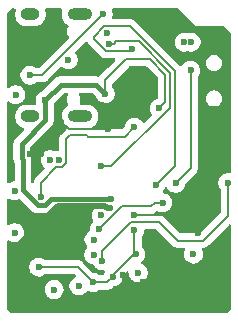
<source format=gbr>
%TF.GenerationSoftware,KiCad,Pcbnew,9.0.0*%
%TF.CreationDate,2025-08-18T16:34:53+09:00*%
%TF.ProjectId,SMORES,534d4f52-4553-42e6-9b69-6361645f7063,rev?*%
%TF.SameCoordinates,Original*%
%TF.FileFunction,Copper,L2,Inr*%
%TF.FilePolarity,Positive*%
%FSLAX46Y46*%
G04 Gerber Fmt 4.6, Leading zero omitted, Abs format (unit mm)*
G04 Created by KiCad (PCBNEW 9.0.0) date 2025-08-18 16:34:53*
%MOMM*%
%LPD*%
G01*
G04 APERTURE LIST*
%TA.AperFunction,HeatsinkPad*%
%ADD10O,1.600000X1.000000*%
%TD*%
%TA.AperFunction,HeatsinkPad*%
%ADD11O,2.100000X1.000000*%
%TD*%
%TA.AperFunction,ViaPad*%
%ADD12C,0.600000*%
%TD*%
%TA.AperFunction,Conductor*%
%ADD13C,0.200000*%
%TD*%
%TA.AperFunction,Conductor*%
%ADD14C,0.500000*%
%TD*%
%TA.AperFunction,Conductor*%
%ADD15C,0.400000*%
%TD*%
G04 APERTURE END LIST*
D10*
%TO.N,unconnected-(J1-SHIELD-PadS1)_3*%
%TO.C,J1*%
X167700000Y-84650000D03*
D11*
%TO.N,unconnected-(J1-SHIELD-PadS1)_2*%
X171880000Y-84650000D03*
D10*
%TO.N,unconnected-(J1-SHIELD-PadS1)_1*%
X167700000Y-76010000D03*
D11*
%TO.N,unconnected-(J1-SHIELD-PadS1)*%
X171880000Y-76010000D03*
%TD*%
D12*
%TO.N,VDDH*%
X176500000Y-85550000D03*
X168600000Y-91450000D03*
%TO.N,GND*%
X174200000Y-77600000D03*
X175750000Y-82250000D03*
X176500000Y-93000000D03*
X170300000Y-85100000D03*
X181850000Y-93850000D03*
X179450000Y-98250000D03*
X184050000Y-81750000D03*
X167350000Y-79500000D03*
X180750000Y-98250000D03*
X180100000Y-98250000D03*
X166650000Y-78100000D03*
X167650000Y-87850000D03*
X166650000Y-79500000D03*
X183350000Y-81750000D03*
X168050000Y-78100000D03*
X174300000Y-85750000D03*
X184350000Y-95400000D03*
X175500000Y-98100000D03*
X181850000Y-93100000D03*
X181400000Y-98250000D03*
X184350000Y-96800000D03*
X168050000Y-79500000D03*
X168050000Y-78800000D03*
X167150000Y-96500000D03*
X170900000Y-80950000D03*
X167150000Y-99850000D03*
X168450000Y-100650000D03*
X182650000Y-81750000D03*
X181850000Y-94550000D03*
X167677088Y-94577088D03*
X166650000Y-78800000D03*
X166400000Y-95800000D03*
X183250000Y-85350000D03*
X168600000Y-87850000D03*
X166400000Y-97200000D03*
X184350000Y-97500000D03*
X177250000Y-98650000D03*
X173750000Y-83650000D03*
X167350000Y-78800000D03*
X167350000Y-78100000D03*
X184350000Y-96100000D03*
X166400000Y-99850000D03*
X174425735Y-92425735D03*
X166400000Y-96500000D03*
%TO.N,VBUS*%
X174025000Y-82725000D03*
X178582318Y-83968243D03*
X174550000Y-91600000D03*
X168950000Y-83250000D03*
%TO.N,Net-(U7-P0.01{slash}XL2)*%
X171800000Y-99000000D03*
%TO.N,Net-(U7-P0.00{slash}XL1)*%
X169700000Y-99300000D03*
%TO.N,Net-(U7-DCCH)*%
X166350000Y-90950000D03*
%TO.N,VDD_NRF*%
X166350000Y-94500000D03*
%TO.N,+3V3*%
X176500000Y-94290500D03*
X173700000Y-93000000D03*
X169350000Y-88300000D03*
X173000000Y-98700000D03*
X174700000Y-98200000D03*
X176600000Y-96300000D03*
X168400000Y-97400000D03*
%TO.N,BLED*%
X170148437Y-88349998D03*
%TO.N,Net-(J1-CC1)*%
X166450000Y-82800000D03*
%TO.N,Net-(J1-CC2)*%
X170900000Y-79850000D03*
%TO.N,Net-(JP1-B)*%
X178300000Y-90450000D03*
X176300000Y-78900000D03*
%TO.N,Net-(JP1-A)*%
X173650000Y-88850000D03*
X174350000Y-78500000D03*
%TO.N,SDO*%
X173775000Y-96875000D03*
X184400000Y-90250000D03*
%TO.N,SDA*%
X173050000Y-96350000D03*
%TO.N,CS*%
X173517250Y-94182750D03*
X178891051Y-91947017D03*
%TO.N,SCL*%
X173070000Y-95070000D03*
%TO.N,RESET*%
X173850000Y-76000000D03*
X167650000Y-81150000D03*
%TO.N,SW0*%
X181250000Y-80750000D03*
X180000000Y-90300000D03*
%TO.N,INT1*%
X176820000Y-97880000D03*
%TO.N,CLK_CTL*%
X181500000Y-96300000D03*
%TO.N,Net-(SW1-A)*%
X181300000Y-78350000D03*
X180700000Y-78350000D03*
%TD*%
D13*
%TO.N,VDDH*%
X172551000Y-86351000D02*
X175699000Y-86351000D01*
X168600000Y-91450000D02*
X168600000Y-90250000D01*
X169899248Y-88950752D02*
X169899494Y-88950998D01*
X170749437Y-88598941D02*
X170749437Y-86550563D01*
X170397380Y-88950998D02*
X170749437Y-88598941D01*
X168600000Y-90250000D02*
X169899248Y-88950752D01*
X170749437Y-86550563D02*
X171050000Y-86250000D01*
X171050000Y-86250000D02*
X172450000Y-86250000D01*
X172450000Y-86250000D02*
X172551000Y-86351000D01*
X169899494Y-88950998D02*
X170397380Y-88950998D01*
X175699000Y-86351000D02*
X176500000Y-85550000D01*
%TO.N,GND*%
X181750000Y-93000000D02*
X181850000Y-93100000D01*
D14*
X174011075Y-92249000D02*
X170005175Y-92249000D01*
D13*
X170950000Y-85750000D02*
X170300000Y-85100000D01*
X174300000Y-85750000D02*
X170950000Y-85750000D01*
D14*
X167677088Y-94577088D02*
X166454175Y-95800000D01*
X174187810Y-92425735D02*
X174011075Y-92249000D01*
D13*
X176500000Y-93000000D02*
X181750000Y-93000000D01*
D14*
X166454175Y-95800000D02*
X166400000Y-95800000D01*
D13*
X174300000Y-85750000D02*
X174300000Y-84200000D01*
D14*
X174425735Y-92425735D02*
X174187810Y-92425735D01*
X170005175Y-92249000D02*
X167677088Y-94577088D01*
D13*
X174300000Y-84200000D02*
X173750000Y-83650000D01*
D15*
%TO.N,VBUS*%
X173250000Y-81950000D02*
X174025000Y-82725000D01*
X166949000Y-86975206D02*
X168950000Y-84974206D01*
X174548000Y-91598000D02*
X169443364Y-91598000D01*
D13*
X179100000Y-83450561D02*
X178582318Y-83968243D01*
X175801000Y-79799000D02*
X177798943Y-79799000D01*
X174025000Y-81575000D02*
X175801000Y-79799000D01*
D15*
X169443364Y-91598000D02*
X168890364Y-92151000D01*
X168950000Y-84974206D02*
X168950000Y-83250000D01*
D13*
X174025000Y-82725000D02*
X174025000Y-81575000D01*
D15*
X168890364Y-92151000D02*
X168309636Y-92151000D01*
D13*
X177798943Y-79799000D02*
X179100000Y-81100057D01*
D15*
X167051000Y-88301000D02*
X166949000Y-88199000D01*
X168950000Y-83250000D02*
X170250000Y-81950000D01*
X174550000Y-91600000D02*
X174548000Y-91598000D01*
X166949000Y-88199000D02*
X166949000Y-86975206D01*
X167051000Y-90892364D02*
X167051000Y-88301000D01*
X168309636Y-92151000D02*
X167051000Y-90892364D01*
X170250000Y-81950000D02*
X173250000Y-81950000D01*
D13*
X179100000Y-81100057D02*
X179100000Y-83450561D01*
%TO.N,+3V3*%
X174200000Y-98700000D02*
X174700000Y-98200000D01*
X176500000Y-96200000D02*
X176600000Y-96300000D01*
X171700000Y-97400000D02*
X173000000Y-98700000D01*
X174700000Y-98200000D02*
X174700000Y-98050057D01*
X174700000Y-98050057D02*
X176450057Y-96300000D01*
X173000000Y-98700000D02*
X174200000Y-98700000D01*
X176500000Y-94290500D02*
X176500000Y-96200000D01*
X176450057Y-96300000D02*
X176600000Y-96300000D01*
X168400000Y-97400000D02*
X171700000Y-97400000D01*
%TO.N,Net-(JP1-B)*%
X174101057Y-79101000D02*
X176099000Y-79101000D01*
X176133143Y-76999000D02*
X173951057Y-76999000D01*
X173050000Y-78049943D02*
X174101057Y-79101000D01*
X173050000Y-77900057D02*
X173050000Y-78049943D01*
X179902000Y-88848000D02*
X179902000Y-80767857D01*
X176099000Y-79101000D02*
X176300000Y-78900000D01*
X178300000Y-90450000D02*
X179902000Y-88848000D01*
X173951057Y-76999000D02*
X173050000Y-77900057D01*
X179902000Y-80767857D02*
X176133143Y-76999000D01*
%TO.N,Net-(JP1-A)*%
X176866043Y-78299000D02*
X179501000Y-80933957D01*
X174951000Y-78299000D02*
X176866043Y-78299000D01*
X174750000Y-78500000D02*
X174951000Y-78299000D01*
X179501000Y-83899504D02*
X174550504Y-88850000D01*
X174550504Y-88850000D02*
X173900000Y-88850000D01*
X174350000Y-78500000D02*
X174750000Y-78500000D01*
X179501000Y-80933957D02*
X179501000Y-83899504D01*
%TO.N,SDO*%
X176251057Y-93601000D02*
X178600000Y-93601000D01*
X180149000Y-95150000D02*
X182300000Y-95150000D01*
X173775000Y-96077057D02*
X176251057Y-93601000D01*
X173775000Y-96875000D02*
X173775000Y-96077057D01*
X182300000Y-95150000D02*
X184400000Y-93050000D01*
X184400000Y-93050000D02*
X184400000Y-90250000D01*
X178600000Y-93601000D02*
X180149000Y-95150000D01*
%TO.N,CS*%
X175450000Y-92250000D02*
X173517250Y-94182750D01*
X177900000Y-92250000D02*
X175450000Y-92250000D01*
X178202983Y-91947017D02*
X177900000Y-92250000D01*
X178891051Y-91947017D02*
X178202983Y-91947017D01*
%TO.N,RESET*%
X173850000Y-76000000D02*
X168700000Y-81150000D01*
X168700000Y-81150000D02*
X167700000Y-81150000D01*
%TO.N,SW0*%
X181250000Y-80750000D02*
X181250000Y-89050000D01*
X181250000Y-89050000D02*
X180000000Y-90300000D01*
%TD*%
%TA.AperFunction,Conductor*%
%TO.N,GND*%
G36*
X165893391Y-91607657D02*
G01*
X165926553Y-91629815D01*
X165970821Y-91659394D01*
X165970823Y-91659395D01*
X165970827Y-91659397D01*
X166116498Y-91719735D01*
X166116503Y-91719737D01*
X166271153Y-91750499D01*
X166271156Y-91750500D01*
X166271158Y-91750500D01*
X166428844Y-91750500D01*
X166428845Y-91750499D01*
X166583497Y-91719737D01*
X166722067Y-91662339D01*
X166791535Y-91654871D01*
X166854014Y-91686146D01*
X166857199Y-91689220D01*
X167863089Y-92695111D01*
X167863090Y-92695112D01*
X167977828Y-92771777D01*
X168049020Y-92801265D01*
X168105308Y-92824580D01*
X168105312Y-92824580D01*
X168105313Y-92824581D01*
X168240639Y-92851500D01*
X168240642Y-92851500D01*
X168959360Y-92851500D01*
X169050404Y-92833389D01*
X169094692Y-92824580D01*
X169165388Y-92795297D01*
X169222171Y-92771777D01*
X169222172Y-92771776D01*
X169222175Y-92771775D01*
X169336907Y-92695114D01*
X169697202Y-92334819D01*
X169758525Y-92301334D01*
X169784883Y-92298500D01*
X172973986Y-92298500D01*
X173041025Y-92318185D01*
X173086780Y-92370989D01*
X173096724Y-92440147D01*
X173077088Y-92491391D01*
X172990609Y-92620814D01*
X172990602Y-92620827D01*
X172930264Y-92766498D01*
X172930261Y-92766510D01*
X172899500Y-92921153D01*
X172899500Y-93078846D01*
X172930261Y-93233489D01*
X172930264Y-93233501D01*
X172990602Y-93379172D01*
X172990610Y-93379187D01*
X173013430Y-93413338D01*
X173034309Y-93480015D01*
X173015825Y-93547396D01*
X172998010Y-93569911D01*
X172895463Y-93672457D01*
X172895460Y-93672461D01*
X172807859Y-93803564D01*
X172807852Y-93803577D01*
X172747514Y-93949248D01*
X172747511Y-93949260D01*
X172716750Y-94103903D01*
X172716750Y-94261602D01*
X172717014Y-94264286D01*
X172716750Y-94265677D01*
X172716750Y-94267684D01*
X172716369Y-94267684D01*
X172703988Y-94332931D01*
X172662501Y-94379528D01*
X172559711Y-94448210D01*
X172559707Y-94448213D01*
X172448213Y-94559707D01*
X172448210Y-94559711D01*
X172360609Y-94690814D01*
X172360602Y-94690827D01*
X172300264Y-94836498D01*
X172300261Y-94836510D01*
X172269500Y-94991153D01*
X172269500Y-95148846D01*
X172300261Y-95303489D01*
X172300264Y-95303501D01*
X172360602Y-95449172D01*
X172360609Y-95449185D01*
X172448210Y-95580288D01*
X172448213Y-95580292D01*
X172480240Y-95612319D01*
X172513725Y-95673642D01*
X172508741Y-95743334D01*
X172480240Y-95787681D01*
X172428213Y-95839707D01*
X172428210Y-95839711D01*
X172340609Y-95970814D01*
X172340602Y-95970827D01*
X172280264Y-96116498D01*
X172280261Y-96116510D01*
X172249500Y-96271153D01*
X172249500Y-96428846D01*
X172280261Y-96583489D01*
X172280264Y-96583501D01*
X172340602Y-96729172D01*
X172340609Y-96729185D01*
X172428210Y-96860288D01*
X172428213Y-96860292D01*
X172539707Y-96971786D01*
X172539711Y-96971789D01*
X172670814Y-97059390D01*
X172670827Y-97059397D01*
X172805412Y-97115143D01*
X172816503Y-97119737D01*
X172921033Y-97140529D01*
X172962279Y-97148734D01*
X173024190Y-97181119D01*
X173052649Y-97222899D01*
X173065602Y-97254172D01*
X173065609Y-97254185D01*
X173153210Y-97385288D01*
X173153213Y-97385292D01*
X173264707Y-97496786D01*
X173264711Y-97496789D01*
X173395814Y-97584390D01*
X173395827Y-97584397D01*
X173541498Y-97644735D01*
X173541503Y-97644737D01*
X173695605Y-97675390D01*
X173696153Y-97675499D01*
X173696156Y-97675500D01*
X173696158Y-97675500D01*
X173854804Y-97675500D01*
X173855088Y-97675390D01*
X173855625Y-97675500D01*
X173859934Y-97675500D01*
X173859934Y-97676382D01*
X173888488Y-97682229D01*
X173921933Y-97688571D01*
X173922615Y-97689218D01*
X173923538Y-97689407D01*
X173947922Y-97713202D01*
X173972645Y-97736634D01*
X173972869Y-97737547D01*
X173973543Y-97738205D01*
X173981189Y-97771395D01*
X173989322Y-97804484D01*
X173989086Y-97805677D01*
X173989228Y-97806291D01*
X173987383Y-97814312D01*
X173982148Y-97840868D01*
X173981141Y-97843669D01*
X173930263Y-97966503D01*
X173921862Y-98008736D01*
X173918747Y-98017411D01*
X173903365Y-98038490D01*
X173891276Y-98061602D01*
X173883105Y-98066254D01*
X173877562Y-98073852D01*
X173853227Y-98083268D01*
X173830561Y-98096176D01*
X173815264Y-98097959D01*
X173812401Y-98099067D01*
X173809991Y-98098573D01*
X173802044Y-98099500D01*
X173579766Y-98099500D01*
X173512727Y-98079815D01*
X173510875Y-98078602D01*
X173379185Y-97990609D01*
X173379172Y-97990602D01*
X173233501Y-97930264D01*
X173233491Y-97930261D01*
X173078151Y-97899362D01*
X173016241Y-97866977D01*
X173014662Y-97865426D01*
X172187590Y-97038355D01*
X172187588Y-97038352D01*
X172068717Y-96919481D01*
X172068716Y-96919480D01*
X171981904Y-96869360D01*
X171981904Y-96869359D01*
X171981900Y-96869358D01*
X171931785Y-96840423D01*
X171779057Y-96799499D01*
X171620943Y-96799499D01*
X171613347Y-96799499D01*
X171613331Y-96799500D01*
X168979766Y-96799500D01*
X168912727Y-96779815D01*
X168910875Y-96778602D01*
X168779185Y-96690609D01*
X168779172Y-96690602D01*
X168633501Y-96630264D01*
X168633489Y-96630261D01*
X168478845Y-96599500D01*
X168478842Y-96599500D01*
X168321158Y-96599500D01*
X168321155Y-96599500D01*
X168166510Y-96630261D01*
X168166498Y-96630264D01*
X168020827Y-96690602D01*
X168020814Y-96690609D01*
X167889711Y-96778210D01*
X167889707Y-96778213D01*
X167778213Y-96889707D01*
X167778210Y-96889711D01*
X167690609Y-97020814D01*
X167690602Y-97020827D01*
X167630264Y-97166498D01*
X167630261Y-97166510D01*
X167599500Y-97321153D01*
X167599500Y-97478846D01*
X167630261Y-97633489D01*
X167630264Y-97633501D01*
X167690602Y-97779172D01*
X167690609Y-97779185D01*
X167778210Y-97910288D01*
X167778213Y-97910292D01*
X167889707Y-98021786D01*
X167889711Y-98021789D01*
X168020814Y-98109390D01*
X168020827Y-98109397D01*
X168166498Y-98169735D01*
X168166503Y-98169737D01*
X168301109Y-98196512D01*
X168321153Y-98200499D01*
X168321156Y-98200500D01*
X168321158Y-98200500D01*
X168478844Y-98200500D01*
X168478845Y-98200499D01*
X168633497Y-98169737D01*
X168769264Y-98113501D01*
X168779172Y-98109397D01*
X168779172Y-98109396D01*
X168779179Y-98109394D01*
X168789494Y-98102502D01*
X168910875Y-98021398D01*
X168977553Y-98000520D01*
X168979766Y-98000500D01*
X171399903Y-98000500D01*
X171429345Y-98009145D01*
X171459332Y-98015669D01*
X171464346Y-98019422D01*
X171466942Y-98020185D01*
X171487579Y-98036815D01*
X171512367Y-98061602D01*
X171516261Y-98065496D01*
X171549745Y-98126820D01*
X171544759Y-98196512D01*
X171502887Y-98252444D01*
X171476031Y-98267737D01*
X171420824Y-98290604D01*
X171420814Y-98290609D01*
X171289711Y-98378210D01*
X171289707Y-98378213D01*
X171178213Y-98489707D01*
X171178210Y-98489711D01*
X171090609Y-98620814D01*
X171090602Y-98620827D01*
X171030264Y-98766498D01*
X171030261Y-98766510D01*
X170999500Y-98921153D01*
X170999500Y-99078846D01*
X171030261Y-99233489D01*
X171030264Y-99233501D01*
X171090602Y-99379172D01*
X171090609Y-99379185D01*
X171178210Y-99510288D01*
X171178213Y-99510292D01*
X171289707Y-99621786D01*
X171289711Y-99621789D01*
X171420814Y-99709390D01*
X171420827Y-99709397D01*
X171566498Y-99769735D01*
X171566503Y-99769737D01*
X171721153Y-99800499D01*
X171721156Y-99800500D01*
X171721158Y-99800500D01*
X171878844Y-99800500D01*
X171878845Y-99800499D01*
X172033497Y-99769737D01*
X172179179Y-99709394D01*
X172310289Y-99621789D01*
X172421789Y-99510289D01*
X172461403Y-99451002D01*
X172515013Y-99406199D01*
X172584338Y-99397490D01*
X172614882Y-99407809D01*
X172615192Y-99407063D01*
X172721277Y-99451004D01*
X172766503Y-99469737D01*
X172921153Y-99500499D01*
X172921156Y-99500500D01*
X172921158Y-99500500D01*
X173078844Y-99500500D01*
X173078845Y-99500499D01*
X173233497Y-99469737D01*
X173379179Y-99409394D01*
X173424399Y-99379179D01*
X173510875Y-99321398D01*
X173577553Y-99300520D01*
X173579766Y-99300500D01*
X174113331Y-99300500D01*
X174113347Y-99300501D01*
X174120943Y-99300501D01*
X174279054Y-99300501D01*
X174279057Y-99300501D01*
X174431785Y-99259577D01*
X174498328Y-99221158D01*
X174568716Y-99180520D01*
X174680520Y-99068716D01*
X174680521Y-99068714D01*
X174714662Y-99034572D01*
X174775983Y-99001089D01*
X174778150Y-99000638D01*
X174836085Y-98989113D01*
X174933497Y-98969737D01*
X175051592Y-98920821D01*
X175079172Y-98909397D01*
X175079172Y-98909396D01*
X175079179Y-98909394D01*
X175210289Y-98821789D01*
X175321789Y-98710289D01*
X175409394Y-98579179D01*
X175469737Y-98433497D01*
X175500500Y-98278842D01*
X175500500Y-98150153D01*
X175520185Y-98083114D01*
X175536819Y-98062472D01*
X175807819Y-97791472D01*
X175869142Y-97757987D01*
X175938834Y-97762971D01*
X175994767Y-97804843D01*
X176019184Y-97870307D01*
X176019500Y-97879153D01*
X176019500Y-97958846D01*
X176050261Y-98113489D01*
X176050264Y-98113501D01*
X176110602Y-98259172D01*
X176110609Y-98259185D01*
X176198210Y-98390288D01*
X176198213Y-98390292D01*
X176309707Y-98501786D01*
X176309711Y-98501789D01*
X176440814Y-98589390D01*
X176440827Y-98589397D01*
X176586498Y-98649735D01*
X176586503Y-98649737D01*
X176729661Y-98678213D01*
X176741153Y-98680499D01*
X176741156Y-98680500D01*
X176741158Y-98680500D01*
X176898844Y-98680500D01*
X176898845Y-98680499D01*
X177053497Y-98649737D01*
X177199179Y-98589394D01*
X177330289Y-98501789D01*
X177441789Y-98390289D01*
X177529394Y-98259179D01*
X177589737Y-98113497D01*
X177620500Y-97958842D01*
X177620500Y-97801158D01*
X177620500Y-97801155D01*
X177620499Y-97801153D01*
X177589738Y-97646506D01*
X177589735Y-97646498D01*
X177529397Y-97500827D01*
X177529390Y-97500814D01*
X177441789Y-97369711D01*
X177441786Y-97369707D01*
X177330292Y-97258213D01*
X177330288Y-97258210D01*
X177199185Y-97170609D01*
X177199175Y-97170604D01*
X177128757Y-97141436D01*
X177074354Y-97097595D01*
X177052289Y-97031301D01*
X177069568Y-96963601D01*
X177107327Y-96923768D01*
X177110290Y-96921788D01*
X177221786Y-96810292D01*
X177221789Y-96810289D01*
X177309394Y-96679179D01*
X177369737Y-96533497D01*
X177400500Y-96378842D01*
X177400500Y-96221158D01*
X177400500Y-96221155D01*
X177400499Y-96221153D01*
X177379684Y-96116510D01*
X177369737Y-96066503D01*
X177330102Y-95970814D01*
X177309397Y-95920827D01*
X177309390Y-95920814D01*
X177221789Y-95789711D01*
X177221786Y-95789707D01*
X177136819Y-95704740D01*
X177103334Y-95643417D01*
X177100500Y-95617059D01*
X177100500Y-94870265D01*
X177120185Y-94803226D01*
X177121398Y-94801374D01*
X177209390Y-94669685D01*
X177209390Y-94669684D01*
X177209394Y-94669679D01*
X177269737Y-94523997D01*
X177300500Y-94369342D01*
X177300500Y-94325500D01*
X177320185Y-94258461D01*
X177372989Y-94212706D01*
X177424500Y-94201500D01*
X178299903Y-94201500D01*
X178366942Y-94221185D01*
X178387584Y-94237819D01*
X179664139Y-95514374D01*
X179664149Y-95514385D01*
X179668479Y-95518715D01*
X179668480Y-95518716D01*
X179780284Y-95630520D01*
X179856459Y-95674499D01*
X179917215Y-95709577D01*
X180069943Y-95750501D01*
X180069946Y-95750501D01*
X180235654Y-95750501D01*
X180235670Y-95750500D01*
X180675576Y-95750500D01*
X180742615Y-95770185D01*
X180788370Y-95822989D01*
X180798314Y-95892147D01*
X180790137Y-95921952D01*
X180730264Y-96066498D01*
X180730261Y-96066510D01*
X180699500Y-96221153D01*
X180699500Y-96378846D01*
X180730261Y-96533489D01*
X180730264Y-96533501D01*
X180790602Y-96679172D01*
X180790609Y-96679185D01*
X180878210Y-96810288D01*
X180878213Y-96810292D01*
X180989707Y-96921786D01*
X180989711Y-96921789D01*
X181120814Y-97009390D01*
X181120827Y-97009397D01*
X181266498Y-97069735D01*
X181266503Y-97069737D01*
X181402502Y-97096789D01*
X181421153Y-97100499D01*
X181421156Y-97100500D01*
X181421158Y-97100500D01*
X181578844Y-97100500D01*
X181578845Y-97100499D01*
X181733497Y-97069737D01*
X181851592Y-97020821D01*
X181879172Y-97009397D01*
X181879172Y-97009396D01*
X181879179Y-97009394D01*
X182010289Y-96921789D01*
X182121789Y-96810289D01*
X182209394Y-96679179D01*
X182269737Y-96533497D01*
X182300500Y-96378842D01*
X182300500Y-96221158D01*
X182300500Y-96221155D01*
X182300499Y-96221153D01*
X182279684Y-96116510D01*
X182269737Y-96066503D01*
X182209862Y-95921953D01*
X182202394Y-95852484D01*
X182233669Y-95790005D01*
X182293758Y-95754353D01*
X182324424Y-95750501D01*
X182379054Y-95750501D01*
X182379057Y-95750501D01*
X182531785Y-95709577D01*
X182592541Y-95674499D01*
X182668716Y-95630520D01*
X182780520Y-95518716D01*
X182780520Y-95518714D01*
X182790724Y-95508511D01*
X182790727Y-95508506D01*
X184487820Y-93811413D01*
X184549142Y-93777930D01*
X184618834Y-93782914D01*
X184674767Y-93824786D01*
X184699184Y-93890250D01*
X184699500Y-93899096D01*
X184699500Y-100841324D01*
X184679815Y-100908363D01*
X184663181Y-100929005D01*
X184329005Y-101263181D01*
X184267682Y-101296666D01*
X184241324Y-101299500D01*
X166158676Y-101299500D01*
X166091637Y-101279815D01*
X166070995Y-101263181D01*
X165736819Y-100929005D01*
X165703334Y-100867682D01*
X165700500Y-100841324D01*
X165700500Y-99221153D01*
X168899500Y-99221153D01*
X168899500Y-99378846D01*
X168930261Y-99533489D01*
X168930264Y-99533501D01*
X168990602Y-99679172D01*
X168990609Y-99679185D01*
X169078210Y-99810288D01*
X169078213Y-99810292D01*
X169189707Y-99921786D01*
X169189711Y-99921789D01*
X169320814Y-100009390D01*
X169320827Y-100009397D01*
X169466498Y-100069735D01*
X169466503Y-100069737D01*
X169621153Y-100100499D01*
X169621156Y-100100500D01*
X169621158Y-100100500D01*
X169778844Y-100100500D01*
X169778845Y-100100499D01*
X169933497Y-100069737D01*
X170079179Y-100009394D01*
X170210289Y-99921789D01*
X170321789Y-99810289D01*
X170409394Y-99679179D01*
X170469737Y-99533497D01*
X170500500Y-99378842D01*
X170500500Y-99221158D01*
X170500500Y-99221157D01*
X170500500Y-99221155D01*
X170500499Y-99221153D01*
X170492417Y-99180524D01*
X170469737Y-99066503D01*
X170409532Y-98921153D01*
X170409397Y-98920827D01*
X170409390Y-98920814D01*
X170321789Y-98789711D01*
X170321786Y-98789707D01*
X170210292Y-98678213D01*
X170210288Y-98678210D01*
X170079185Y-98590609D01*
X170079172Y-98590602D01*
X169933501Y-98530264D01*
X169933489Y-98530261D01*
X169778845Y-98499500D01*
X169778842Y-98499500D01*
X169621158Y-98499500D01*
X169621155Y-98499500D01*
X169466510Y-98530261D01*
X169466498Y-98530264D01*
X169320827Y-98590602D01*
X169320814Y-98590609D01*
X169189711Y-98678210D01*
X169189707Y-98678213D01*
X169078213Y-98789707D01*
X169078210Y-98789711D01*
X168990609Y-98920814D01*
X168990602Y-98920827D01*
X168930264Y-99066498D01*
X168930261Y-99066510D01*
X168899500Y-99221153D01*
X165700500Y-99221153D01*
X165700500Y-95260759D01*
X165720185Y-95193720D01*
X165772989Y-95147965D01*
X165842147Y-95138021D01*
X165893391Y-95157657D01*
X165970821Y-95209394D01*
X165970823Y-95209395D01*
X165970827Y-95209397D01*
X166094828Y-95260759D01*
X166116503Y-95269737D01*
X166271153Y-95300499D01*
X166271156Y-95300500D01*
X166271158Y-95300500D01*
X166428844Y-95300500D01*
X166428845Y-95300499D01*
X166583497Y-95269737D01*
X166729179Y-95209394D01*
X166860289Y-95121789D01*
X166971789Y-95010289D01*
X167059394Y-94879179D01*
X167119737Y-94733497D01*
X167150500Y-94578842D01*
X167150500Y-94421158D01*
X167150500Y-94421155D01*
X167150499Y-94421153D01*
X167119738Y-94266510D01*
X167119737Y-94266503D01*
X167091118Y-94197410D01*
X167059397Y-94120827D01*
X167059390Y-94120814D01*
X166971789Y-93989711D01*
X166971786Y-93989707D01*
X166860292Y-93878213D01*
X166860288Y-93878210D01*
X166729185Y-93790609D01*
X166729172Y-93790602D01*
X166583501Y-93730264D01*
X166583489Y-93730261D01*
X166428845Y-93699500D01*
X166428842Y-93699500D01*
X166271158Y-93699500D01*
X166271155Y-93699500D01*
X166116510Y-93730261D01*
X166116498Y-93730264D01*
X165970827Y-93790602D01*
X165970809Y-93790612D01*
X165893390Y-93842342D01*
X165826713Y-93863220D01*
X165759333Y-93844735D01*
X165712643Y-93792756D01*
X165700500Y-93739240D01*
X165700500Y-91710759D01*
X165720185Y-91643720D01*
X165772989Y-91597965D01*
X165842147Y-91588021D01*
X165893391Y-91607657D01*
G37*
%TD.AperFunction*%
%TA.AperFunction,Conductor*%
G36*
X180258363Y-75520185D02*
G01*
X180279005Y-75536819D01*
X181549500Y-76807314D01*
X181642686Y-76900500D01*
X181727556Y-76949500D01*
X181756814Y-76966392D01*
X181884107Y-77000500D01*
X181884108Y-77000500D01*
X183991324Y-77000500D01*
X184058363Y-77020185D01*
X184079005Y-77036819D01*
X184663181Y-77620995D01*
X184696666Y-77682318D01*
X184699500Y-77708676D01*
X184699500Y-89342297D01*
X184679815Y-89409336D01*
X184627011Y-89455091D01*
X184557853Y-89465035D01*
X184551309Y-89463914D01*
X184478845Y-89449500D01*
X184478842Y-89449500D01*
X184321158Y-89449500D01*
X184321155Y-89449500D01*
X184166510Y-89480261D01*
X184166498Y-89480264D01*
X184020827Y-89540602D01*
X184020814Y-89540609D01*
X183889711Y-89628210D01*
X183889707Y-89628213D01*
X183778213Y-89739707D01*
X183778210Y-89739711D01*
X183690609Y-89870814D01*
X183690602Y-89870827D01*
X183630264Y-90016498D01*
X183630261Y-90016510D01*
X183599500Y-90171153D01*
X183599500Y-90328846D01*
X183630261Y-90483489D01*
X183630264Y-90483501D01*
X183690602Y-90629172D01*
X183690609Y-90629185D01*
X183778602Y-90760874D01*
X183799480Y-90827551D01*
X183799500Y-90829765D01*
X183799500Y-92749903D01*
X183779815Y-92816942D01*
X183763181Y-92837584D01*
X182087584Y-94513181D01*
X182026261Y-94546666D01*
X181999903Y-94549500D01*
X180449097Y-94549500D01*
X180382058Y-94529815D01*
X180361416Y-94513181D01*
X179087590Y-93239355D01*
X179087588Y-93239352D01*
X178968717Y-93120481D01*
X178968716Y-93120480D01*
X178881904Y-93070360D01*
X178881904Y-93070359D01*
X178881900Y-93070358D01*
X178831785Y-93041423D01*
X178679057Y-93000499D01*
X178520943Y-93000499D01*
X178513339Y-93000499D01*
X178513339Y-93000498D01*
X178513331Y-93000500D01*
X178263868Y-93000500D01*
X178196829Y-92980815D01*
X178151074Y-92928011D01*
X178141130Y-92858853D01*
X178170155Y-92795297D01*
X178201870Y-92769112D01*
X178206398Y-92766498D01*
X178268716Y-92730520D01*
X178338579Y-92660656D01*
X178356660Y-92650783D01*
X178371881Y-92636898D01*
X178386704Y-92634378D01*
X178399900Y-92627173D01*
X178420450Y-92628642D01*
X178440763Y-92625190D01*
X178454595Y-92631084D01*
X178469592Y-92632157D01*
X178495149Y-92645237D01*
X178511872Y-92656411D01*
X178511874Y-92656412D01*
X178511876Y-92656413D01*
X178605305Y-92695112D01*
X178657554Y-92716754D01*
X178812204Y-92747516D01*
X178812207Y-92747517D01*
X178812209Y-92747517D01*
X178969895Y-92747517D01*
X178969896Y-92747516D01*
X179124548Y-92716754D01*
X179270230Y-92656411D01*
X179401340Y-92568806D01*
X179512840Y-92457306D01*
X179600445Y-92326196D01*
X179660788Y-92180514D01*
X179691551Y-92025859D01*
X179691551Y-91868175D01*
X179691551Y-91868172D01*
X179691550Y-91868170D01*
X179668144Y-91750500D01*
X179660788Y-91713520D01*
X179650723Y-91689220D01*
X179600448Y-91567844D01*
X179600441Y-91567831D01*
X179512840Y-91436728D01*
X179512837Y-91436724D01*
X179401343Y-91325230D01*
X179401339Y-91325227D01*
X179270236Y-91237626D01*
X179270223Y-91237619D01*
X179124552Y-91177281D01*
X179124542Y-91177278D01*
X178999609Y-91152427D01*
X178937698Y-91120042D01*
X178903124Y-91059326D01*
X178906865Y-90989556D01*
X178920699Y-90961918D01*
X178921784Y-90960293D01*
X178921789Y-90960289D01*
X179009394Y-90829179D01*
X179009395Y-90829175D01*
X179009397Y-90829173D01*
X179066845Y-90690478D01*
X179110685Y-90636074D01*
X179176979Y-90614009D01*
X179244679Y-90631288D01*
X179286254Y-90674759D01*
X179287221Y-90674114D01*
X179378210Y-90810288D01*
X179378213Y-90810292D01*
X179489707Y-90921786D01*
X179489711Y-90921789D01*
X179620814Y-91009390D01*
X179620827Y-91009397D01*
X179741368Y-91059326D01*
X179766503Y-91069737D01*
X179921153Y-91100499D01*
X179921156Y-91100500D01*
X179921158Y-91100500D01*
X180078844Y-91100500D01*
X180078845Y-91100499D01*
X180233497Y-91069737D01*
X180379179Y-91009394D01*
X180510289Y-90921789D01*
X180621789Y-90810289D01*
X180709394Y-90679179D01*
X180769737Y-90533497D01*
X180800500Y-90378842D01*
X180800638Y-90378150D01*
X180833023Y-90316239D01*
X180834520Y-90314714D01*
X181608506Y-89540727D01*
X181608511Y-89540724D01*
X181618714Y-89530520D01*
X181618716Y-89530520D01*
X181730520Y-89418716D01*
X181787820Y-89319468D01*
X181809577Y-89281785D01*
X181850501Y-89129057D01*
X181850501Y-88970943D01*
X181850501Y-88963348D01*
X181850500Y-88963330D01*
X181850500Y-83191533D01*
X182574499Y-83191533D01*
X182600458Y-83322030D01*
X182600461Y-83322040D01*
X182651376Y-83444961D01*
X182651386Y-83444979D01*
X182725301Y-83555601D01*
X182725307Y-83555609D01*
X182819390Y-83649692D01*
X182819398Y-83649698D01*
X182930020Y-83723613D01*
X182930023Y-83723614D01*
X182930031Y-83723620D01*
X182930037Y-83723622D01*
X182930038Y-83723623D01*
X183015502Y-83759023D01*
X183052964Y-83774540D01*
X183052968Y-83774540D01*
X183052969Y-83774541D01*
X183183466Y-83800500D01*
X183183469Y-83800500D01*
X183316533Y-83800500D01*
X183404325Y-83783035D01*
X183447036Y-83774540D01*
X183569969Y-83723620D01*
X183680606Y-83649695D01*
X183774695Y-83555606D01*
X183848620Y-83444969D01*
X183899540Y-83322036D01*
X183916796Y-83235288D01*
X183925500Y-83191533D01*
X183925500Y-83058466D01*
X183899541Y-82927969D01*
X183899540Y-82927968D01*
X183899540Y-82927964D01*
X183848620Y-82805031D01*
X183847828Y-82803846D01*
X183774698Y-82694398D01*
X183774692Y-82694390D01*
X183680609Y-82600307D01*
X183680601Y-82600301D01*
X183569979Y-82526386D01*
X183569972Y-82526382D01*
X183569969Y-82526380D01*
X183569965Y-82526378D01*
X183569961Y-82526376D01*
X183447040Y-82475461D01*
X183447030Y-82475458D01*
X183316533Y-82449500D01*
X183316531Y-82449500D01*
X183183469Y-82449500D01*
X183183467Y-82449500D01*
X183052969Y-82475458D01*
X183052959Y-82475461D01*
X182930038Y-82526376D01*
X182930020Y-82526386D01*
X182819398Y-82600301D01*
X182819390Y-82600307D01*
X182725307Y-82694390D01*
X182725301Y-82694398D01*
X182651386Y-82805020D01*
X182651376Y-82805038D01*
X182600461Y-82927959D01*
X182600458Y-82927969D01*
X182574500Y-83058466D01*
X182574500Y-83058469D01*
X182574500Y-83191531D01*
X182574500Y-83191533D01*
X182574499Y-83191533D01*
X181850500Y-83191533D01*
X181850500Y-81329765D01*
X181870185Y-81262726D01*
X181871398Y-81260874D01*
X181892799Y-81228846D01*
X181959394Y-81129179D01*
X182019737Y-80983497D01*
X182050500Y-80828842D01*
X182050500Y-80671158D01*
X182050500Y-80671155D01*
X182050499Y-80671153D01*
X182040271Y-80619735D01*
X182019737Y-80516503D01*
X182000453Y-80469947D01*
X181959397Y-80370827D01*
X181959390Y-80370814D01*
X181871789Y-80239711D01*
X181871786Y-80239707D01*
X181823612Y-80191533D01*
X182574499Y-80191533D01*
X182600458Y-80322030D01*
X182600461Y-80322040D01*
X182651376Y-80444961D01*
X182651386Y-80444979D01*
X182725301Y-80555601D01*
X182725307Y-80555609D01*
X182819390Y-80649692D01*
X182819398Y-80649698D01*
X182930020Y-80723613D01*
X182930023Y-80723614D01*
X182930031Y-80723620D01*
X182930037Y-80723622D01*
X182930038Y-80723623D01*
X183043985Y-80770821D01*
X183052964Y-80774540D01*
X183052968Y-80774540D01*
X183052969Y-80774541D01*
X183183466Y-80800500D01*
X183183469Y-80800500D01*
X183316533Y-80800500D01*
X183404325Y-80783035D01*
X183447036Y-80774540D01*
X183569969Y-80723620D01*
X183680606Y-80649695D01*
X183774695Y-80555606D01*
X183848620Y-80444969D01*
X183899540Y-80322036D01*
X183918011Y-80229179D01*
X183925500Y-80191533D01*
X183925500Y-80058466D01*
X183899541Y-79927969D01*
X183899540Y-79927968D01*
X183899540Y-79927964D01*
X183893417Y-79913181D01*
X183848623Y-79805038D01*
X183848622Y-79805037D01*
X183848620Y-79805031D01*
X183827878Y-79773989D01*
X183774698Y-79694398D01*
X183774692Y-79694390D01*
X183680609Y-79600307D01*
X183680601Y-79600301D01*
X183569979Y-79526386D01*
X183569972Y-79526382D01*
X183569969Y-79526380D01*
X183569965Y-79526378D01*
X183569961Y-79526376D01*
X183447040Y-79475461D01*
X183447030Y-79475458D01*
X183316533Y-79449500D01*
X183316531Y-79449500D01*
X183183469Y-79449500D01*
X183183467Y-79449500D01*
X183052969Y-79475458D01*
X183052959Y-79475461D01*
X182930038Y-79526376D01*
X182930020Y-79526386D01*
X182819398Y-79600301D01*
X182819390Y-79600307D01*
X182725307Y-79694390D01*
X182725301Y-79694398D01*
X182651386Y-79805020D01*
X182651376Y-79805038D01*
X182600461Y-79927959D01*
X182600458Y-79927969D01*
X182574500Y-80058466D01*
X182574500Y-80058469D01*
X182574500Y-80191531D01*
X182574500Y-80191533D01*
X182574499Y-80191533D01*
X181823612Y-80191533D01*
X181760292Y-80128213D01*
X181760288Y-80128210D01*
X181629185Y-80040609D01*
X181629172Y-80040602D01*
X181483501Y-79980264D01*
X181483489Y-79980261D01*
X181328845Y-79949500D01*
X181328842Y-79949500D01*
X181171158Y-79949500D01*
X181171155Y-79949500D01*
X181016510Y-79980261D01*
X181016498Y-79980264D01*
X180870827Y-80040602D01*
X180870814Y-80040609D01*
X180739711Y-80128210D01*
X180739707Y-80128213D01*
X180628213Y-80239707D01*
X180628210Y-80239711D01*
X180549885Y-80356933D01*
X180496273Y-80401738D01*
X180426948Y-80410445D01*
X180363920Y-80380290D01*
X180359102Y-80375723D01*
X179432879Y-79449500D01*
X178254532Y-78271153D01*
X179899500Y-78271153D01*
X179899500Y-78428846D01*
X179930261Y-78583489D01*
X179930264Y-78583501D01*
X179990602Y-78729172D01*
X179990609Y-78729185D01*
X180078210Y-78860288D01*
X180078213Y-78860292D01*
X180189707Y-78971786D01*
X180189711Y-78971789D01*
X180320814Y-79059390D01*
X180320827Y-79059397D01*
X180429420Y-79104377D01*
X180466503Y-79119737D01*
X180621153Y-79150499D01*
X180621156Y-79150500D01*
X180621158Y-79150500D01*
X180778844Y-79150500D01*
X180778845Y-79150499D01*
X180933497Y-79119737D01*
X180952547Y-79111845D01*
X181022016Y-79104377D01*
X181047452Y-79111845D01*
X181066503Y-79119737D01*
X181221153Y-79150499D01*
X181221156Y-79150500D01*
X181221158Y-79150500D01*
X181378844Y-79150500D01*
X181378845Y-79150499D01*
X181533497Y-79119737D01*
X181679179Y-79059394D01*
X181810289Y-78971789D01*
X181921789Y-78860289D01*
X182009394Y-78729179D01*
X182069737Y-78583497D01*
X182100500Y-78428842D01*
X182100500Y-78271158D01*
X182100500Y-78271155D01*
X182100499Y-78271153D01*
X182069737Y-78116503D01*
X182019681Y-77995656D01*
X182009397Y-77970827D01*
X182009390Y-77970814D01*
X181921789Y-77839711D01*
X181921786Y-77839707D01*
X181810292Y-77728213D01*
X181810288Y-77728210D01*
X181679185Y-77640609D01*
X181679172Y-77640602D01*
X181533501Y-77580264D01*
X181533489Y-77580261D01*
X181378845Y-77549500D01*
X181378842Y-77549500D01*
X181221158Y-77549500D01*
X181221155Y-77549500D01*
X181066511Y-77580260D01*
X181066506Y-77580262D01*
X181066504Y-77580262D01*
X181066503Y-77580263D01*
X181047449Y-77588155D01*
X180977982Y-77595623D01*
X180952553Y-77588156D01*
X180933497Y-77580263D01*
X180933493Y-77580262D01*
X180933488Y-77580260D01*
X180778845Y-77549500D01*
X180778842Y-77549500D01*
X180621158Y-77549500D01*
X180621155Y-77549500D01*
X180466510Y-77580261D01*
X180466498Y-77580264D01*
X180320827Y-77640602D01*
X180320814Y-77640609D01*
X180189711Y-77728210D01*
X180189707Y-77728213D01*
X180078213Y-77839707D01*
X180078210Y-77839711D01*
X179990609Y-77970814D01*
X179990602Y-77970827D01*
X179930264Y-78116498D01*
X179930261Y-78116510D01*
X179899500Y-78271153D01*
X178254532Y-78271153D01*
X176620732Y-76637354D01*
X176620731Y-76637352D01*
X176501860Y-76518481D01*
X176501859Y-76518480D01*
X176415047Y-76468360D01*
X176415047Y-76468359D01*
X176415043Y-76468358D01*
X176364928Y-76439423D01*
X176212200Y-76398499D01*
X176054086Y-76398499D01*
X176046490Y-76398499D01*
X176046474Y-76398500D01*
X174736878Y-76398500D01*
X174669839Y-76378815D01*
X174624084Y-76326011D01*
X174614140Y-76256853D01*
X174618219Y-76238498D01*
X174619730Y-76233511D01*
X174619737Y-76233497D01*
X174650500Y-76078842D01*
X174650500Y-75921158D01*
X174650500Y-75921155D01*
X174650499Y-75921153D01*
X174619738Y-75766510D01*
X174619737Y-75766503D01*
X174580572Y-75671951D01*
X174573104Y-75602483D01*
X174604379Y-75540004D01*
X174664468Y-75504352D01*
X174695134Y-75500500D01*
X180191324Y-75500500D01*
X180258363Y-75520185D01*
G37*
%TD.AperFunction*%
%TA.AperFunction,Conductor*%
G36*
X166409569Y-75520185D02*
G01*
X166455324Y-75572989D01*
X166465268Y-75642147D01*
X166457092Y-75671949D01*
X166446501Y-75697518D01*
X166437949Y-75718164D01*
X166437947Y-75718170D01*
X166399500Y-75911456D01*
X166399500Y-75911459D01*
X166399500Y-76108541D01*
X166399500Y-76108543D01*
X166399499Y-76108543D01*
X166437947Y-76301829D01*
X166437950Y-76301839D01*
X166513364Y-76483907D01*
X166513371Y-76483920D01*
X166622860Y-76647781D01*
X166622863Y-76647785D01*
X166762214Y-76787136D01*
X166762218Y-76787139D01*
X166926079Y-76896628D01*
X166926092Y-76896635D01*
X167091480Y-76965140D01*
X167108165Y-76972051D01*
X167108169Y-76972051D01*
X167108170Y-76972052D01*
X167301456Y-77010500D01*
X167301459Y-77010500D01*
X168098543Y-77010500D01*
X168254462Y-76979485D01*
X168291835Y-76972051D01*
X168462234Y-76901470D01*
X168473907Y-76896635D01*
X168473907Y-76896634D01*
X168473914Y-76896632D01*
X168637782Y-76787139D01*
X168777139Y-76647782D01*
X168886632Y-76483914D01*
X168893076Y-76468358D01*
X168962049Y-76301839D01*
X168962051Y-76301835D01*
X169000500Y-76108541D01*
X169000500Y-75911459D01*
X169000500Y-75911456D01*
X168962052Y-75718170D01*
X168962051Y-75718169D01*
X168962051Y-75718165D01*
X168942908Y-75671951D01*
X168935440Y-75602484D01*
X168966715Y-75540004D01*
X169026804Y-75504352D01*
X169057470Y-75500500D01*
X170272530Y-75500500D01*
X170339569Y-75520185D01*
X170385324Y-75572989D01*
X170395268Y-75642147D01*
X170387092Y-75671949D01*
X170376501Y-75697518D01*
X170367949Y-75718164D01*
X170367947Y-75718170D01*
X170329500Y-75911456D01*
X170329500Y-75911459D01*
X170329500Y-76108541D01*
X170329500Y-76108543D01*
X170329499Y-76108543D01*
X170367947Y-76301829D01*
X170367950Y-76301839D01*
X170443364Y-76483907D01*
X170443371Y-76483920D01*
X170552860Y-76647781D01*
X170552863Y-76647785D01*
X170692214Y-76787136D01*
X170692218Y-76787139D01*
X170861151Y-76900017D01*
X170860180Y-76901470D01*
X170904109Y-76944619D01*
X170919571Y-77012757D01*
X170895741Y-77078437D01*
X170894190Y-77080502D01*
X170889489Y-77086627D01*
X170813719Y-77217863D01*
X170774500Y-77364234D01*
X170774500Y-77515765D01*
X170813719Y-77662136D01*
X170851602Y-77727750D01*
X170889485Y-77793365D01*
X170889487Y-77793367D01*
X170960761Y-77864641D01*
X170994246Y-77925964D01*
X170989262Y-77995656D01*
X170960761Y-78040003D01*
X168487584Y-80513181D01*
X168460656Y-80527884D01*
X168434838Y-80544477D01*
X168428637Y-80545368D01*
X168426261Y-80546666D01*
X168399903Y-80549500D01*
X168229766Y-80549500D01*
X168162727Y-80529815D01*
X168160875Y-80528602D01*
X168029185Y-80440609D01*
X168029172Y-80440602D01*
X167883501Y-80380264D01*
X167883489Y-80380261D01*
X167728845Y-80349500D01*
X167728842Y-80349500D01*
X167571158Y-80349500D01*
X167571155Y-80349500D01*
X167416510Y-80380261D01*
X167416498Y-80380264D01*
X167270827Y-80440602D01*
X167270814Y-80440609D01*
X167139711Y-80528210D01*
X167139707Y-80528213D01*
X167028213Y-80639707D01*
X167028210Y-80639711D01*
X166940609Y-80770814D01*
X166940602Y-80770827D01*
X166880264Y-80916498D01*
X166880261Y-80916510D01*
X166849500Y-81071153D01*
X166849500Y-81228846D01*
X166880261Y-81383489D01*
X166880264Y-81383501D01*
X166940602Y-81529172D01*
X166940609Y-81529185D01*
X167028210Y-81660288D01*
X167028213Y-81660292D01*
X167139707Y-81771786D01*
X167139711Y-81771789D01*
X167270814Y-81859390D01*
X167270827Y-81859397D01*
X167416498Y-81919735D01*
X167416503Y-81919737D01*
X167571153Y-81950499D01*
X167571156Y-81950500D01*
X167571158Y-81950500D01*
X167728844Y-81950500D01*
X167728845Y-81950499D01*
X167883497Y-81919737D01*
X168029179Y-81859394D01*
X168029185Y-81859390D01*
X168160875Y-81771398D01*
X168227553Y-81750520D01*
X168229766Y-81750500D01*
X168613331Y-81750500D01*
X168613347Y-81750501D01*
X168620943Y-81750501D01*
X168779054Y-81750501D01*
X168779057Y-81750501D01*
X168931785Y-81709577D01*
X168981904Y-81680639D01*
X169068716Y-81630520D01*
X169180520Y-81518716D01*
X169180520Y-81518714D01*
X169190728Y-81508507D01*
X169190730Y-81508504D01*
X170221119Y-80478114D01*
X170282440Y-80444631D01*
X170352132Y-80449615D01*
X170387467Y-80469947D01*
X170389708Y-80471786D01*
X170389711Y-80471789D01*
X170389714Y-80471791D01*
X170520814Y-80559390D01*
X170520827Y-80559397D01*
X170666498Y-80619735D01*
X170666503Y-80619737D01*
X170817096Y-80649692D01*
X170821153Y-80650499D01*
X170821156Y-80650500D01*
X170821158Y-80650500D01*
X170978844Y-80650500D01*
X170978845Y-80650499D01*
X171133497Y-80619737D01*
X171279179Y-80559394D01*
X171410289Y-80471789D01*
X171521789Y-80360289D01*
X171609394Y-80229179D01*
X171669737Y-80083497D01*
X171700500Y-79928842D01*
X171700500Y-79771158D01*
X171700500Y-79771155D01*
X171700499Y-79771153D01*
X171685231Y-79694398D01*
X171669737Y-79616503D01*
X171666792Y-79609394D01*
X171609397Y-79470827D01*
X171609390Y-79470814D01*
X171521791Y-79339714D01*
X171519947Y-79337467D01*
X171519348Y-79336058D01*
X171518405Y-79334646D01*
X171518672Y-79334467D01*
X171492631Y-79273158D01*
X171504420Y-79204290D01*
X171528113Y-79171120D01*
X172349467Y-78349766D01*
X172410788Y-78316283D01*
X172480480Y-78321267D01*
X172530654Y-78356011D01*
X172538534Y-78365059D01*
X172569480Y-78418659D01*
X172681284Y-78530463D01*
X172681286Y-78530464D01*
X172691375Y-78540553D01*
X173616196Y-79465374D01*
X173616206Y-79465385D01*
X173620536Y-79469715D01*
X173620537Y-79469716D01*
X173732341Y-79581520D01*
X173732343Y-79581521D01*
X173780621Y-79609394D01*
X173780622Y-79609394D01*
X173792934Y-79616503D01*
X173869266Y-79660574D01*
X173869267Y-79660574D01*
X173869272Y-79660577D01*
X174022000Y-79701500D01*
X174749903Y-79701500D01*
X174816942Y-79721185D01*
X174862697Y-79773989D01*
X174872641Y-79843147D01*
X174843616Y-79906703D01*
X174837586Y-79913178D01*
X174237583Y-80513181D01*
X173656286Y-81094478D01*
X173544482Y-81206281D01*
X173544477Y-81206287D01*
X173543298Y-81208331D01*
X173541851Y-81209709D01*
X173539532Y-81212733D01*
X173539060Y-81212371D01*
X173492728Y-81256545D01*
X173424121Y-81269765D01*
X173411722Y-81267944D01*
X173318998Y-81249500D01*
X173318994Y-81249500D01*
X173318993Y-81249500D01*
X170318994Y-81249500D01*
X170181006Y-81249500D01*
X170181004Y-81249500D01*
X170045677Y-81276418D01*
X170045667Y-81276421D01*
X169918192Y-81329222D01*
X169803454Y-81405887D01*
X168755412Y-82453929D01*
X168715184Y-82480809D01*
X168570823Y-82540604D01*
X168570814Y-82540609D01*
X168439711Y-82628210D01*
X168439707Y-82628213D01*
X168328213Y-82739707D01*
X168328210Y-82739711D01*
X168240609Y-82870814D01*
X168240602Y-82870827D01*
X168180264Y-83016498D01*
X168180261Y-83016510D01*
X168149500Y-83171153D01*
X168149500Y-83328846D01*
X168180261Y-83483489D01*
X168182031Y-83489324D01*
X168179279Y-83490158D01*
X168185503Y-83547359D01*
X168154309Y-83609878D01*
X168094266Y-83645608D01*
X168063445Y-83649500D01*
X167301457Y-83649500D01*
X167108170Y-83687947D01*
X167108160Y-83687950D01*
X166926092Y-83763364D01*
X166926079Y-83763371D01*
X166762218Y-83872860D01*
X166762214Y-83872863D01*
X166622863Y-84012214D01*
X166622860Y-84012218D01*
X166513371Y-84176079D01*
X166513364Y-84176092D01*
X166437950Y-84358160D01*
X166437947Y-84358170D01*
X166399500Y-84551456D01*
X166399500Y-84551459D01*
X166399500Y-84748541D01*
X166399500Y-84748543D01*
X166399499Y-84748543D01*
X166437947Y-84941829D01*
X166437950Y-84941839D01*
X166513364Y-85123907D01*
X166513371Y-85123920D01*
X166622860Y-85287781D01*
X166622863Y-85287785D01*
X166762214Y-85427136D01*
X166762218Y-85427139D01*
X166926079Y-85536628D01*
X166926092Y-85536635D01*
X167087560Y-85603516D01*
X167141964Y-85647356D01*
X167164029Y-85713650D01*
X167146750Y-85781350D01*
X167127789Y-85805758D01*
X166404887Y-86528660D01*
X166368724Y-86582784D01*
X166328228Y-86643389D01*
X166328221Y-86643401D01*
X166275421Y-86770873D01*
X166275418Y-86770883D01*
X166248500Y-86906210D01*
X166248500Y-86906213D01*
X166248500Y-88130006D01*
X166248500Y-88267994D01*
X166248500Y-88267996D01*
X166248499Y-88267996D01*
X166275418Y-88403322D01*
X166275421Y-88403332D01*
X166328223Y-88530809D01*
X166329598Y-88532866D01*
X166329987Y-88534108D01*
X166331095Y-88536181D01*
X166330702Y-88536391D01*
X166350480Y-88599542D01*
X166350500Y-88601762D01*
X166350500Y-90031953D01*
X166330815Y-90098992D01*
X166278011Y-90144747D01*
X166250692Y-90153570D01*
X166116508Y-90180261D01*
X166116498Y-90180264D01*
X165970827Y-90240602D01*
X165970809Y-90240612D01*
X165893390Y-90292342D01*
X165826713Y-90313220D01*
X165759333Y-90294735D01*
X165712643Y-90242756D01*
X165700500Y-90189240D01*
X165700500Y-83481941D01*
X165720185Y-83414902D01*
X165772989Y-83369147D01*
X165842147Y-83359203D01*
X165905703Y-83388228D01*
X165912181Y-83394260D01*
X165939707Y-83421786D01*
X165939711Y-83421789D01*
X166070814Y-83509390D01*
X166070827Y-83509397D01*
X166216498Y-83569735D01*
X166216503Y-83569737D01*
X166371153Y-83600499D01*
X166371156Y-83600500D01*
X166371158Y-83600500D01*
X166528844Y-83600500D01*
X166528845Y-83600499D01*
X166683497Y-83569737D01*
X166829179Y-83509394D01*
X166960289Y-83421789D01*
X167071789Y-83310289D01*
X167159394Y-83179179D01*
X167162719Y-83171153D01*
X167209393Y-83058469D01*
X167219737Y-83033497D01*
X167250500Y-82878842D01*
X167250500Y-82721158D01*
X167250500Y-82721155D01*
X167250499Y-82721153D01*
X167245175Y-82694390D01*
X167219737Y-82566503D01*
X167219735Y-82566498D01*
X167159397Y-82420827D01*
X167159390Y-82420814D01*
X167071789Y-82289711D01*
X167071786Y-82289707D01*
X166960292Y-82178213D01*
X166960288Y-82178210D01*
X166829185Y-82090609D01*
X166829172Y-82090602D01*
X166683501Y-82030264D01*
X166683489Y-82030261D01*
X166528845Y-81999500D01*
X166528842Y-81999500D01*
X166371158Y-81999500D01*
X166371155Y-81999500D01*
X166216510Y-82030261D01*
X166216498Y-82030264D01*
X166070827Y-82090602D01*
X166070814Y-82090609D01*
X165939711Y-82178210D01*
X165939707Y-82178213D01*
X165912181Y-82205740D01*
X165850858Y-82239225D01*
X165781166Y-82234241D01*
X165725233Y-82192369D01*
X165700816Y-82126905D01*
X165700500Y-82118059D01*
X165700500Y-75958676D01*
X165720185Y-75891637D01*
X165736819Y-75870995D01*
X166070995Y-75536819D01*
X166097922Y-75522115D01*
X166123741Y-75505523D01*
X166129941Y-75504631D01*
X166132318Y-75503334D01*
X166158676Y-75500500D01*
X166342530Y-75500500D01*
X166409569Y-75520185D01*
G37*
%TD.AperFunction*%
%TA.AperFunction,Conductor*%
G36*
X170873297Y-82670185D02*
G01*
X170919052Y-82722989D01*
X170928996Y-82792147D01*
X170899971Y-82855703D01*
X170893939Y-82862181D01*
X170889487Y-82866632D01*
X170889485Y-82866635D01*
X170813719Y-82997863D01*
X170785231Y-83104185D01*
X170774500Y-83144234D01*
X170774500Y-83295766D01*
X170781539Y-83322036D01*
X170813719Y-83442136D01*
X170840964Y-83489324D01*
X170889485Y-83573365D01*
X170889488Y-83573368D01*
X170894188Y-83579493D01*
X170919383Y-83644662D01*
X170905346Y-83713107D01*
X170860510Y-83759023D01*
X170861151Y-83759983D01*
X170856612Y-83763015D01*
X170856533Y-83763097D01*
X170856296Y-83763226D01*
X170692218Y-83872860D01*
X170692214Y-83872863D01*
X170552863Y-84012214D01*
X170552860Y-84012218D01*
X170443371Y-84176079D01*
X170443364Y-84176092D01*
X170367950Y-84358160D01*
X170367947Y-84358170D01*
X170329500Y-84551456D01*
X170329500Y-84551459D01*
X170329500Y-84748541D01*
X170329500Y-84748543D01*
X170329499Y-84748543D01*
X170367947Y-84941829D01*
X170367950Y-84941839D01*
X170443364Y-85123907D01*
X170443371Y-85123920D01*
X170552860Y-85287781D01*
X170552863Y-85287785D01*
X170692214Y-85427136D01*
X170692218Y-85427139D01*
X170796203Y-85496620D01*
X170797428Y-85498086D01*
X170799234Y-85498711D01*
X170819733Y-85524776D01*
X170841008Y-85550232D01*
X170841246Y-85552128D01*
X170842427Y-85553630D01*
X170845580Y-85586640D01*
X170849715Y-85619557D01*
X170848890Y-85621280D01*
X170849072Y-85623183D01*
X170833883Y-85652648D01*
X170819561Y-85682585D01*
X170817655Y-85684130D01*
X170817059Y-85685287D01*
X170789317Y-85707106D01*
X170768100Y-85719357D01*
X170768095Y-85719360D01*
X170724689Y-85744420D01*
X170681285Y-85769479D01*
X170681282Y-85769481D01*
X170268918Y-86181845D01*
X170268912Y-86181853D01*
X170224146Y-86259392D01*
X170224146Y-86259393D01*
X170189860Y-86318777D01*
X170189860Y-86318778D01*
X170148936Y-86471506D01*
X170148936Y-86471508D01*
X170148936Y-86639609D01*
X170148937Y-86639622D01*
X170148937Y-87431951D01*
X170141146Y-87458482D01*
X170136650Y-87485767D01*
X170131441Y-87491534D01*
X170129252Y-87498990D01*
X170108358Y-87517094D01*
X170089821Y-87537621D01*
X170080415Y-87541306D01*
X170076448Y-87544745D01*
X170057422Y-87551620D01*
X170053295Y-87552740D01*
X169914940Y-87580261D01*
X169844628Y-87609384D01*
X169836974Y-87611462D01*
X169809646Y-87610901D01*
X169782471Y-87613822D01*
X169773394Y-87610156D01*
X169767119Y-87610028D01*
X169758154Y-87604002D01*
X169735598Y-87594895D01*
X169729184Y-87590609D01*
X169729181Y-87590607D01*
X169729179Y-87590606D01*
X169729176Y-87590604D01*
X169729171Y-87590602D01*
X169583501Y-87530264D01*
X169583489Y-87530261D01*
X169428845Y-87499500D01*
X169428842Y-87499500D01*
X169271158Y-87499500D01*
X169271155Y-87499500D01*
X169116510Y-87530261D01*
X169116498Y-87530264D01*
X168970827Y-87590602D01*
X168970814Y-87590609D01*
X168839711Y-87678210D01*
X168839707Y-87678213D01*
X168728213Y-87789707D01*
X168728210Y-87789711D01*
X168640609Y-87920814D01*
X168640602Y-87920827D01*
X168580264Y-88066498D01*
X168580262Y-88066506D01*
X168549500Y-88221153D01*
X168549500Y-88378846D01*
X168580261Y-88533489D01*
X168580264Y-88533501D01*
X168640602Y-88679172D01*
X168640609Y-88679185D01*
X168728210Y-88810288D01*
X168728213Y-88810292D01*
X168839707Y-88921786D01*
X168839712Y-88921790D01*
X168857507Y-88933680D01*
X168902313Y-88987291D01*
X168911022Y-89056616D01*
X168880868Y-89119644D01*
X168876299Y-89124464D01*
X168231286Y-89769478D01*
X168119481Y-89881282D01*
X168119480Y-89881284D01*
X168085748Y-89939711D01*
X168069361Y-89968094D01*
X168069359Y-89968096D01*
X168040425Y-90018209D01*
X168040424Y-90018210D01*
X167999499Y-90170944D01*
X167998439Y-90178996D01*
X167970170Y-90242892D01*
X167911845Y-90281361D01*
X167841980Y-90282190D01*
X167782758Y-90245116D01*
X167752980Y-90181910D01*
X167751500Y-90162807D01*
X167751500Y-88232004D01*
X167724581Y-88096677D01*
X167724580Y-88096676D01*
X167724580Y-88096672D01*
X167671775Y-87969189D01*
X167670393Y-87967120D01*
X167670002Y-87965874D01*
X167668905Y-87963820D01*
X167669294Y-87963611D01*
X167649520Y-87900441D01*
X167649500Y-87898237D01*
X167649500Y-87316724D01*
X167669185Y-87249685D01*
X167685819Y-87229043D01*
X169494111Y-85420751D01*
X169494113Y-85420749D01*
X169494790Y-85419737D01*
X169570775Y-85306017D01*
X169623580Y-85178534D01*
X169633943Y-85126434D01*
X169650500Y-85043201D01*
X169650500Y-83675316D01*
X169652126Y-83667140D01*
X169651210Y-83662062D01*
X169659939Y-83627864D01*
X169719192Y-83484812D01*
X169746069Y-83444586D01*
X170503838Y-82686819D01*
X170565161Y-82653334D01*
X170591519Y-82650500D01*
X170806258Y-82650500D01*
X170873297Y-82670185D01*
G37*
%TD.AperFunction*%
%TA.AperFunction,Conductor*%
G36*
X177565885Y-80419185D02*
G01*
X177586527Y-80435819D01*
X178463181Y-81312473D01*
X178496666Y-81373796D01*
X178499500Y-81400154D01*
X178499500Y-83066769D01*
X178479815Y-83133808D01*
X178427011Y-83179563D01*
X178399693Y-83188386D01*
X178348825Y-83198504D01*
X178348816Y-83198507D01*
X178203145Y-83258845D01*
X178203132Y-83258852D01*
X178072029Y-83346453D01*
X178072025Y-83346456D01*
X177960531Y-83457950D01*
X177960528Y-83457954D01*
X177872927Y-83589057D01*
X177872920Y-83589070D01*
X177812582Y-83734741D01*
X177812579Y-83734753D01*
X177781818Y-83889396D01*
X177781818Y-84047089D01*
X177812579Y-84201732D01*
X177812582Y-84201744D01*
X177872920Y-84347415D01*
X177872927Y-84347428D01*
X177948935Y-84461181D01*
X177969813Y-84527858D01*
X177951329Y-84595239D01*
X177933514Y-84617753D01*
X177384748Y-85166519D01*
X177323425Y-85200004D01*
X177253733Y-85195020D01*
X177197800Y-85153148D01*
X177193965Y-85147729D01*
X177121789Y-85039711D01*
X177121786Y-85039707D01*
X177010292Y-84928213D01*
X177010288Y-84928210D01*
X176879185Y-84840609D01*
X176879172Y-84840602D01*
X176733501Y-84780264D01*
X176733489Y-84780261D01*
X176578845Y-84749500D01*
X176578842Y-84749500D01*
X176421158Y-84749500D01*
X176421155Y-84749500D01*
X176266510Y-84780261D01*
X176266498Y-84780264D01*
X176120827Y-84840602D01*
X176120814Y-84840609D01*
X175989711Y-84928210D01*
X175989707Y-84928213D01*
X175878213Y-85039707D01*
X175878210Y-85039711D01*
X175790609Y-85170814D01*
X175790602Y-85170827D01*
X175730264Y-85316498D01*
X175730261Y-85316508D01*
X175699361Y-85471850D01*
X175666976Y-85533761D01*
X175665425Y-85535339D01*
X175486584Y-85714181D01*
X175425261Y-85747666D01*
X175398903Y-85750500D01*
X172992612Y-85750500D01*
X172925573Y-85730815D01*
X172879818Y-85678011D01*
X172869874Y-85608853D01*
X172898899Y-85545297D01*
X172923721Y-85523398D01*
X173001903Y-85471158D01*
X173067782Y-85427139D01*
X173207139Y-85287782D01*
X173316632Y-85123914D01*
X173392051Y-84941835D01*
X173424190Y-84780263D01*
X173430500Y-84748543D01*
X173430500Y-84551456D01*
X173392052Y-84358170D01*
X173392051Y-84358169D01*
X173392051Y-84358165D01*
X173327260Y-84201744D01*
X173316635Y-84176092D01*
X173316628Y-84176079D01*
X173207139Y-84012218D01*
X173207136Y-84012214D01*
X173067785Y-83872863D01*
X173067781Y-83872860D01*
X172903920Y-83763371D01*
X172903907Y-83763364D01*
X172721839Y-83687950D01*
X172721829Y-83687947D01*
X172528543Y-83649500D01*
X172528541Y-83649500D01*
X171981333Y-83649500D01*
X171914294Y-83629815D01*
X171868539Y-83577011D01*
X171858595Y-83507853D01*
X171873947Y-83463499D01*
X171886278Y-83442140D01*
X171886277Y-83442140D01*
X171886281Y-83442135D01*
X171925500Y-83295766D01*
X171925500Y-83144234D01*
X171886281Y-82997865D01*
X171810515Y-82866635D01*
X171806061Y-82862181D01*
X171772576Y-82800858D01*
X171777560Y-82731166D01*
X171819432Y-82675233D01*
X171884896Y-82650816D01*
X171893742Y-82650500D01*
X172908481Y-82650500D01*
X172975520Y-82670185D01*
X172996162Y-82686819D01*
X173228928Y-82919585D01*
X173255808Y-82959814D01*
X173315602Y-83104172D01*
X173315609Y-83104185D01*
X173403210Y-83235288D01*
X173403213Y-83235292D01*
X173514707Y-83346786D01*
X173514711Y-83346789D01*
X173645814Y-83434390D01*
X173645827Y-83434397D01*
X173780448Y-83490158D01*
X173791503Y-83494737D01*
X173946153Y-83525499D01*
X173946156Y-83525500D01*
X173946158Y-83525500D01*
X174103844Y-83525500D01*
X174103845Y-83525499D01*
X174258497Y-83494737D01*
X174378624Y-83444979D01*
X174404172Y-83434397D01*
X174404172Y-83434396D01*
X174404179Y-83434394D01*
X174535289Y-83346789D01*
X174646789Y-83235289D01*
X174734394Y-83104179D01*
X174794737Y-82958497D01*
X174825500Y-82803842D01*
X174825500Y-82646158D01*
X174825500Y-82646155D01*
X174825499Y-82646153D01*
X174821930Y-82628210D01*
X174794737Y-82491503D01*
X174794735Y-82491498D01*
X174734397Y-82345827D01*
X174734390Y-82345814D01*
X174646398Y-82214125D01*
X174625520Y-82147447D01*
X174625500Y-82145234D01*
X174625500Y-81875097D01*
X174645185Y-81808058D01*
X174661819Y-81787416D01*
X176013416Y-80435819D01*
X176074739Y-80402334D01*
X176101097Y-80399500D01*
X177498846Y-80399500D01*
X177565885Y-80419185D01*
G37*
%TD.AperFunction*%
%TD*%
M02*

</source>
